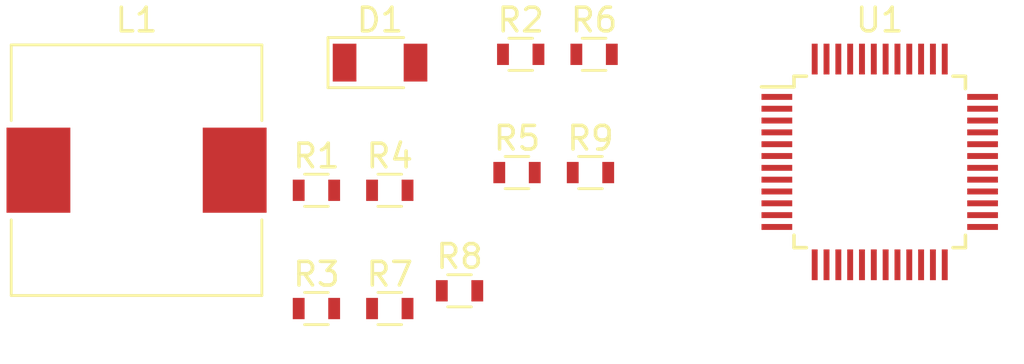
<source format=kicad_pcb>
(kicad_pcb (version 20171130) (host pcbnew "(2018-02-09 revision 07fff6ed3)-makepkg")

  (general
    (thickness 1.6)
    (drawings 0)
    (tracks 0)
    (zones 0)
    (modules 12)
    (nets 55)
  )

  (page A4)
  (layers
    (0 F.Cu signal)
    (31 B.Cu signal)
    (32 B.Adhes user)
    (33 F.Adhes user)
    (34 B.Paste user)
    (35 F.Paste user)
    (36 B.SilkS user)
    (37 F.SilkS user)
    (38 B.Mask user)
    (39 F.Mask user)
    (40 Dwgs.User user)
    (41 Cmts.User user)
    (42 Eco1.User user)
    (43 Eco2.User user)
    (44 Edge.Cuts user)
    (45 Margin user)
    (46 B.CrtYd user)
    (47 F.CrtYd user)
    (48 B.Fab user)
    (49 F.Fab user)
  )

  (setup
    (last_trace_width 0.25)
    (trace_clearance 0.2)
    (zone_clearance 0.508)
    (zone_45_only no)
    (trace_min 0.2)
    (segment_width 0.2)
    (edge_width 0.15)
    (via_size 0.8)
    (via_drill 0.4)
    (via_min_size 0.4)
    (via_min_drill 0.3)
    (uvia_size 0.3)
    (uvia_drill 0.1)
    (uvias_allowed no)
    (uvia_min_size 0.2)
    (uvia_min_drill 0.1)
    (pcb_text_width 0.3)
    (pcb_text_size 1.5 1.5)
    (mod_edge_width 0.15)
    (mod_text_size 1 1)
    (mod_text_width 0.15)
    (pad_size 1.524 1.524)
    (pad_drill 0.762)
    (pad_to_mask_clearance 0.2)
    (aux_axis_origin 0 0)
    (visible_elements FFFFFF7F)
    (pcbplotparams
      (layerselection 0x010fc_ffffffff)
      (usegerberextensions false)
      (usegerberattributes false)
      (usegerberadvancedattributes false)
      (creategerberjobfile false)
      (excludeedgelayer true)
      (linewidth 0.100000)
      (plotframeref false)
      (viasonmask false)
      (mode 1)
      (useauxorigin false)
      (hpglpennumber 1)
      (hpglpenspeed 20)
      (hpglpendiameter 15)
      (psnegative false)
      (psa4output false)
      (plotreference true)
      (plotvalue true)
      (plotinvisibletext false)
      (padsonsilk false)
      (subtractmaskfromsilk false)
      (outputformat 1)
      (mirror false)
      (drillshape 1)
      (scaleselection 1)
      (outputdirectory ""))
  )

  (net 0 "")
  (net 1 GND)
  (net 2 "Net-(C11-Pad2)")
  (net 3 +5V)
  (net 4 "Net-(C10-Pad2)")
  (net 5 "Net-(R2-Pad2)")
  (net 6 "Net-(R4-Pad1)")
  (net 7 MOT_DRV_PWM)
  (net 8 MOT_DRV_INB)
  (net 9 "Net-(R5-Pad1)")
  (net 10 MOT_DRV_INA)
  (net 11 "Net-(R6-Pad1)")
  (net 12 MOT_DRV_SEL)
  (net 13 "Net-(R7-Pad1)")
  (net 14 "Net-(R8-Pad2)")
  (net 15 MOT_DRV_CSOUT)
  (net 16 +3V3)
  (net 17 "Net-(U1-Pad46)")
  (net 18 "Net-(U1-Pad45)")
  (net 19 "Net-(U1-Pad43)")
  (net 20 "Net-(U1-Pad42)")
  (net 21 "Net-(U1-Pad41)")
  (net 22 "Net-(U1-Pad40)")
  (net 23 "Net-(U1-Pad39)")
  (net 24 "Net-(U1-Pad38)")
  (net 25 "Net-(U1-Pad37)")
  (net 26 "Net-(U1-Pad34)")
  (net 27 "Net-(U1-Pad33)")
  (net 28 "Net-(U1-Pad32)")
  (net 29 "Net-(U1-Pad31)")
  (net 30 "Net-(U1-Pad30)")
  (net 31 "Net-(U1-Pad29)")
  (net 32 "Net-(U1-Pad28)")
  (net 33 "Net-(U1-Pad27)")
  (net 34 "Net-(U1-Pad26)")
  (net 35 "Net-(U1-Pad25)")
  (net 36 "Net-(U1-Pad22)")
  (net 37 "Net-(U1-Pad21)")
  (net 38 "Net-(U1-Pad20)")
  (net 39 "Net-(U1-Pad19)")
  (net 40 "Net-(U1-Pad18)")
  (net 41 "Net-(U1-Pad17)")
  (net 42 "Net-(U1-Pad16)")
  (net 43 "Net-(U1-Pad15)")
  (net 44 "Net-(U1-Pad14)")
  (net 45 "Net-(U1-Pad13)")
  (net 46 "Net-(U1-Pad12)")
  (net 47 "Net-(U1-Pad11)")
  (net 48 "Net-(U1-Pad10)")
  (net 49 NRST)
  (net 50 "Net-(U1-Pad6)")
  (net 51 "Net-(U1-Pad5)")
  (net 52 "Net-(U1-Pad4)")
  (net 53 "Net-(U1-Pad3)")
  (net 54 "Net-(U1-Pad2)")

  (net_class Default "Dies ist die voreingestellte Netzklasse."
    (clearance 0.2)
    (trace_width 0.25)
    (via_dia 0.8)
    (via_drill 0.4)
    (uvia_dia 0.3)
    (uvia_drill 0.1)
    (add_net +3V3)
    (add_net +5V)
    (add_net GND)
    (add_net MOT_DRV_CSOUT)
    (add_net MOT_DRV_INA)
    (add_net MOT_DRV_INB)
    (add_net MOT_DRV_PWM)
    (add_net MOT_DRV_SEL)
    (add_net NRST)
    (add_net "Net-(C10-Pad2)")
    (add_net "Net-(C11-Pad2)")
    (add_net "Net-(R2-Pad2)")
    (add_net "Net-(R4-Pad1)")
    (add_net "Net-(R5-Pad1)")
    (add_net "Net-(R6-Pad1)")
    (add_net "Net-(R7-Pad1)")
    (add_net "Net-(R8-Pad2)")
    (add_net "Net-(U1-Pad10)")
    (add_net "Net-(U1-Pad11)")
    (add_net "Net-(U1-Pad12)")
    (add_net "Net-(U1-Pad13)")
    (add_net "Net-(U1-Pad14)")
    (add_net "Net-(U1-Pad15)")
    (add_net "Net-(U1-Pad16)")
    (add_net "Net-(U1-Pad17)")
    (add_net "Net-(U1-Pad18)")
    (add_net "Net-(U1-Pad19)")
    (add_net "Net-(U1-Pad2)")
    (add_net "Net-(U1-Pad20)")
    (add_net "Net-(U1-Pad21)")
    (add_net "Net-(U1-Pad22)")
    (add_net "Net-(U1-Pad25)")
    (add_net "Net-(U1-Pad26)")
    (add_net "Net-(U1-Pad27)")
    (add_net "Net-(U1-Pad28)")
    (add_net "Net-(U1-Pad29)")
    (add_net "Net-(U1-Pad3)")
    (add_net "Net-(U1-Pad30)")
    (add_net "Net-(U1-Pad31)")
    (add_net "Net-(U1-Pad32)")
    (add_net "Net-(U1-Pad33)")
    (add_net "Net-(U1-Pad34)")
    (add_net "Net-(U1-Pad37)")
    (add_net "Net-(U1-Pad38)")
    (add_net "Net-(U1-Pad39)")
    (add_net "Net-(U1-Pad4)")
    (add_net "Net-(U1-Pad40)")
    (add_net "Net-(U1-Pad41)")
    (add_net "Net-(U1-Pad42)")
    (add_net "Net-(U1-Pad43)")
    (add_net "Net-(U1-Pad45)")
    (add_net "Net-(U1-Pad46)")
    (add_net "Net-(U1-Pad5)")
    (add_net "Net-(U1-Pad6)")
  )

  (module Diodes_SMD:D_1206 (layer F.Cu) (tedit 590CEAF5) (tstamp 5A7E35C2)
    (at 161.357419 85.4599)
    (descr "Diode SMD 1206, reflow soldering http://datasheets.avx.com/schottky.pdf")
    (tags "Diode 1206")
    (path /5A837411/5A837599)
    (attr smd)
    (fp_text reference D1 (at 0 -1.8) (layer F.SilkS)
      (effects (font (size 1 1) (thickness 0.15)))
    )
    (fp_text value D_Schottky (at 0 1.9) (layer F.Fab)
      (effects (font (size 1 1) (thickness 0.15)))
    )
    (fp_line (start -2.2 1.06) (end 1 1.06) (layer F.SilkS) (width 0.12))
    (fp_line (start 1 -1.06) (end -2.2 -1.06) (layer F.SilkS) (width 0.12))
    (fp_line (start 2.3 -1.16) (end 2.3 1.16) (layer F.CrtYd) (width 0.05))
    (fp_line (start -2.3 -1.16) (end -2.3 1.16) (layer F.CrtYd) (width 0.05))
    (fp_line (start -2.3 1.16) (end 2.3 1.16) (layer F.CrtYd) (width 0.05))
    (fp_line (start -2.3 -1.16) (end 2.3 -1.16) (layer F.CrtYd) (width 0.05))
    (fp_line (start -1.7 -0.95) (end 1.7 -0.95) (layer F.Fab) (width 0.1))
    (fp_line (start 1.7 -0.95) (end 1.7 0.95) (layer F.Fab) (width 0.1))
    (fp_line (start 1.7 0.95) (end -1.7 0.95) (layer F.Fab) (width 0.1))
    (fp_line (start -1.7 0.95) (end -1.7 -0.95) (layer F.Fab) (width 0.1))
    (fp_line (start -2.2 -1.06) (end -2.2 1.06) (layer F.SilkS) (width 0.12))
    (fp_line (start -0.254 0) (end 0.127 -0.254) (layer F.Fab) (width 0.1))
    (fp_line (start 0.127 -0.254) (end 0.127 0.254) (layer F.Fab) (width 0.1))
    (fp_line (start 0.127 0.254) (end -0.254 0) (layer F.Fab) (width 0.1))
    (fp_line (start -0.254 0) (end -0.508 0) (layer F.Fab) (width 0.1))
    (fp_line (start 0.127 0) (end 0.381 0) (layer F.Fab) (width 0.1))
    (fp_line (start -0.254 -0.254) (end -0.254 0.254) (layer F.Fab) (width 0.1))
    (fp_text user %R (at 0 -1.8) (layer F.Fab)
      (effects (font (size 1 1) (thickness 0.15)))
    )
    (pad 2 smd rect (at 1.5 0) (size 1 1.6) (layers F.Cu F.Paste F.Mask)
      (net 1 GND))
    (pad 1 smd rect (at -1.5 0) (size 1 1.6) (layers F.Cu F.Paste F.Mask)
      (net 2 "Net-(C11-Pad2)"))
    (model ${KISYS3DMOD}/Diodes_SMD.3dshapes/D_1206.wrl
      (at (xyz 0 0 0))
      (scale (xyz 1 1 1))
      (rotate (xyz 0 0 0))
    )
  )

  (module Inductors_SMD:L_10.4x10.4_H4.8 (layer F.Cu) (tedit 5990349B) (tstamp 5A7E35DB)
    (at 151.059801 90.0099)
    (descr "Choke, SMD, 10.4x10.4mm 4.8mm height")
    (tags "Choke SMD")
    (path /5A837411/5A8375A7)
    (attr smd)
    (fp_text reference L1 (at 0 -6.35) (layer F.SilkS)
      (effects (font (size 1 1) (thickness 0.15)))
    )
    (fp_text value 33µH (at 0 6.35) (layer F.Fab)
      (effects (font (size 1 1) (thickness 0.15)))
    )
    (fp_arc (start 0 0) (end -3.17 -3.17) (angle 90) (layer F.Fab) (width 0.1))
    (fp_arc (start 0 0) (end 3.17 3.17) (angle 90) (layer F.Fab) (width 0.1))
    (fp_line (start -5.2 5.2) (end 5.2 5.2) (layer F.Fab) (width 0.1))
    (fp_line (start -5.2 -5.2) (end 5.2 -5.2) (layer F.Fab) (width 0.1))
    (fp_line (start -5.2 5.2) (end -5.2 2.1) (layer F.Fab) (width 0.1))
    (fp_line (start 5.2 5.2) (end 5.2 2.1) (layer F.Fab) (width 0.1))
    (fp_line (start -5.2 -5.2) (end -5.2 -2.1) (layer F.Fab) (width 0.1))
    (fp_line (start 5.2 -5.2) (end 5.2 -2.1) (layer F.Fab) (width 0.1))
    (fp_line (start 5.75 -5.45) (end -5.75 -5.45) (layer F.CrtYd) (width 0.05))
    (fp_line (start 5.75 5.45) (end 5.75 -5.45) (layer F.CrtYd) (width 0.05))
    (fp_line (start -5.75 5.45) (end 5.75 5.45) (layer F.CrtYd) (width 0.05))
    (fp_line (start -5.75 -5.45) (end -5.75 5.45) (layer F.CrtYd) (width 0.05))
    (fp_line (start 5.3 -5.3) (end 5.3 -2.1) (layer F.SilkS) (width 0.12))
    (fp_line (start -5.3 -5.3) (end 5.3 -5.3) (layer F.SilkS) (width 0.12))
    (fp_line (start -5.3 -2.1) (end -5.3 -5.3) (layer F.SilkS) (width 0.12))
    (fp_line (start -5.3 5.3) (end -5.3 2.1) (layer F.SilkS) (width 0.12))
    (fp_line (start 5.3 5.3) (end -5.3 5.3) (layer F.SilkS) (width 0.12))
    (fp_line (start 5.3 2.1) (end 5.3 5.3) (layer F.SilkS) (width 0.12))
    (fp_text user %R (at 0 0) (layer F.Fab)
      (effects (font (size 1 1) (thickness 0.15)))
    )
    (pad 2 smd rect (at 4.15 0) (size 2.7 3.6) (layers F.Cu F.Paste F.Mask)
      (net 3 +5V))
    (pad 1 smd rect (at -4.15 0) (size 2.7 3.6) (layers F.Cu F.Paste F.Mask)
      (net 2 "Net-(C11-Pad2)"))
    (model ${KISYS3DMOD}/Inductors_SMD.3dshapes/L_10.4x10.4_H4.8.wrl
      (at (xyz 0 0 0))
      (scale (xyz 1 1 1))
      (rotate (xyz 0 0 0))
    )
  )

  (module Resistors_SMD:R_0603 (layer F.Cu) (tedit 58E0A804) (tstamp 5A7E35EC)
    (at 158.666943 90.8599)
    (descr "Resistor SMD 0603, reflow soldering, Vishay (see dcrcw.pdf)")
    (tags "resistor 0603")
    (path /5A837411/5A837601)
    (attr smd)
    (fp_text reference R1 (at 0 -1.45) (layer F.SilkS)
      (effects (font (size 1 1) (thickness 0.15)))
    )
    (fp_text value 12k (at 0 1.5) (layer F.Fab)
      (effects (font (size 1 1) (thickness 0.15)))
    )
    (fp_text user %R (at 0 0) (layer F.Fab)
      (effects (font (size 0.4 0.4) (thickness 0.075)))
    )
    (fp_line (start -0.8 0.4) (end -0.8 -0.4) (layer F.Fab) (width 0.1))
    (fp_line (start 0.8 0.4) (end -0.8 0.4) (layer F.Fab) (width 0.1))
    (fp_line (start 0.8 -0.4) (end 0.8 0.4) (layer F.Fab) (width 0.1))
    (fp_line (start -0.8 -0.4) (end 0.8 -0.4) (layer F.Fab) (width 0.1))
    (fp_line (start 0.5 0.68) (end -0.5 0.68) (layer F.SilkS) (width 0.12))
    (fp_line (start -0.5 -0.68) (end 0.5 -0.68) (layer F.SilkS) (width 0.12))
    (fp_line (start -1.25 -0.7) (end 1.25 -0.7) (layer F.CrtYd) (width 0.05))
    (fp_line (start -1.25 -0.7) (end -1.25 0.7) (layer F.CrtYd) (width 0.05))
    (fp_line (start 1.25 0.7) (end 1.25 -0.7) (layer F.CrtYd) (width 0.05))
    (fp_line (start 1.25 0.7) (end -1.25 0.7) (layer F.CrtYd) (width 0.05))
    (pad 1 smd rect (at -0.75 0) (size 0.5 0.9) (layers F.Cu F.Paste F.Mask)
      (net 1 GND))
    (pad 2 smd rect (at 0.75 0) (size 0.5 0.9) (layers F.Cu F.Paste F.Mask)
      (net 4 "Net-(C10-Pad2)"))
    (model ${KISYS3DMOD}/Resistors_SMD.3dshapes/R_0603.wrl
      (at (xyz 0 0 0))
      (scale (xyz 1 1 1))
      (rotate (xyz 0 0 0))
    )
  )

  (module Resistors_SMD:R_0603 (layer F.Cu) (tedit 58E0A804) (tstamp 5A7E35FD)
    (at 167.306943 85.1099)
    (descr "Resistor SMD 0603, reflow soldering, Vishay (see dcrcw.pdf)")
    (tags "resistor 0603")
    (path /5A837411/5A8375AE)
    (attr smd)
    (fp_text reference R2 (at 0 -1.45) (layer F.SilkS)
      (effects (font (size 1 1) (thickness 0.15)))
    )
    (fp_text value 10k (at 0 1.5) (layer F.Fab)
      (effects (font (size 1 1) (thickness 0.15)))
    )
    (fp_line (start 1.25 0.7) (end -1.25 0.7) (layer F.CrtYd) (width 0.05))
    (fp_line (start 1.25 0.7) (end 1.25 -0.7) (layer F.CrtYd) (width 0.05))
    (fp_line (start -1.25 -0.7) (end -1.25 0.7) (layer F.CrtYd) (width 0.05))
    (fp_line (start -1.25 -0.7) (end 1.25 -0.7) (layer F.CrtYd) (width 0.05))
    (fp_line (start -0.5 -0.68) (end 0.5 -0.68) (layer F.SilkS) (width 0.12))
    (fp_line (start 0.5 0.68) (end -0.5 0.68) (layer F.SilkS) (width 0.12))
    (fp_line (start -0.8 -0.4) (end 0.8 -0.4) (layer F.Fab) (width 0.1))
    (fp_line (start 0.8 -0.4) (end 0.8 0.4) (layer F.Fab) (width 0.1))
    (fp_line (start 0.8 0.4) (end -0.8 0.4) (layer F.Fab) (width 0.1))
    (fp_line (start -0.8 0.4) (end -0.8 -0.4) (layer F.Fab) (width 0.1))
    (fp_text user %R (at 0 0) (layer F.Fab)
      (effects (font (size 0.4 0.4) (thickness 0.075)))
    )
    (pad 2 smd rect (at 0.75 0) (size 0.5 0.9) (layers F.Cu F.Paste F.Mask)
      (net 5 "Net-(R2-Pad2)"))
    (pad 1 smd rect (at -0.75 0) (size 0.5 0.9) (layers F.Cu F.Paste F.Mask)
      (net 1 GND))
    (model ${KISYS3DMOD}/Resistors_SMD.3dshapes/R_0603.wrl
      (at (xyz 0 0 0))
      (scale (xyz 1 1 1))
      (rotate (xyz 0 0 0))
    )
  )

  (module Resistors_SMD:R_0603 (layer F.Cu) (tedit 58E0A804) (tstamp 5A7E360E)
    (at 158.666943 95.8599)
    (descr "Resistor SMD 0603, reflow soldering, Vishay (see dcrcw.pdf)")
    (tags "resistor 0603")
    (path /5A837411/5A8375B5)
    (attr smd)
    (fp_text reference R3 (at 0 -1.45) (layer F.SilkS)
      (effects (font (size 1 1) (thickness 0.15)))
    )
    (fp_text value 52k (at 0 1.5) (layer F.Fab)
      (effects (font (size 1 1) (thickness 0.15)))
    )
    (fp_line (start 1.25 0.7) (end -1.25 0.7) (layer F.CrtYd) (width 0.05))
    (fp_line (start 1.25 0.7) (end 1.25 -0.7) (layer F.CrtYd) (width 0.05))
    (fp_line (start -1.25 -0.7) (end -1.25 0.7) (layer F.CrtYd) (width 0.05))
    (fp_line (start -1.25 -0.7) (end 1.25 -0.7) (layer F.CrtYd) (width 0.05))
    (fp_line (start -0.5 -0.68) (end 0.5 -0.68) (layer F.SilkS) (width 0.12))
    (fp_line (start 0.5 0.68) (end -0.5 0.68) (layer F.SilkS) (width 0.12))
    (fp_line (start -0.8 -0.4) (end 0.8 -0.4) (layer F.Fab) (width 0.1))
    (fp_line (start 0.8 -0.4) (end 0.8 0.4) (layer F.Fab) (width 0.1))
    (fp_line (start 0.8 0.4) (end -0.8 0.4) (layer F.Fab) (width 0.1))
    (fp_line (start -0.8 0.4) (end -0.8 -0.4) (layer F.Fab) (width 0.1))
    (fp_text user %R (at 0 0) (layer F.Fab)
      (effects (font (size 0.4 0.4) (thickness 0.075)))
    )
    (pad 2 smd rect (at 0.75 0) (size 0.5 0.9) (layers F.Cu F.Paste F.Mask)
      (net 3 +5V))
    (pad 1 smd rect (at -0.75 0) (size 0.5 0.9) (layers F.Cu F.Paste F.Mask)
      (net 5 "Net-(R2-Pad2)"))
    (model ${KISYS3DMOD}/Resistors_SMD.3dshapes/R_0603.wrl
      (at (xyz 0 0 0))
      (scale (xyz 1 1 1))
      (rotate (xyz 0 0 0))
    )
  )

  (module Resistors_SMD:R_0603 (layer F.Cu) (tedit 58E0A804) (tstamp 5A7E361F)
    (at 161.769801 90.8599)
    (descr "Resistor SMD 0603, reflow soldering, Vishay (see dcrcw.pdf)")
    (tags "resistor 0603")
    (path /5A837411/5A837627)
    (attr smd)
    (fp_text reference R4 (at 0 -1.45) (layer F.SilkS)
      (effects (font (size 1 1) (thickness 0.15)))
    )
    (fp_text value 1k (at 0 1.5) (layer F.Fab)
      (effects (font (size 1 1) (thickness 0.15)))
    )
    (fp_text user %R (at 0 0) (layer F.Fab)
      (effects (font (size 0.4 0.4) (thickness 0.075)))
    )
    (fp_line (start -0.8 0.4) (end -0.8 -0.4) (layer F.Fab) (width 0.1))
    (fp_line (start 0.8 0.4) (end -0.8 0.4) (layer F.Fab) (width 0.1))
    (fp_line (start 0.8 -0.4) (end 0.8 0.4) (layer F.Fab) (width 0.1))
    (fp_line (start -0.8 -0.4) (end 0.8 -0.4) (layer F.Fab) (width 0.1))
    (fp_line (start 0.5 0.68) (end -0.5 0.68) (layer F.SilkS) (width 0.12))
    (fp_line (start -0.5 -0.68) (end 0.5 -0.68) (layer F.SilkS) (width 0.12))
    (fp_line (start -1.25 -0.7) (end 1.25 -0.7) (layer F.CrtYd) (width 0.05))
    (fp_line (start -1.25 -0.7) (end -1.25 0.7) (layer F.CrtYd) (width 0.05))
    (fp_line (start 1.25 0.7) (end 1.25 -0.7) (layer F.CrtYd) (width 0.05))
    (fp_line (start 1.25 0.7) (end -1.25 0.7) (layer F.CrtYd) (width 0.05))
    (pad 1 smd rect (at -0.75 0) (size 0.5 0.9) (layers F.Cu F.Paste F.Mask)
      (net 6 "Net-(R4-Pad1)"))
    (pad 2 smd rect (at 0.75 0) (size 0.5 0.9) (layers F.Cu F.Paste F.Mask)
      (net 7 MOT_DRV_PWM))
    (model ${KISYS3DMOD}/Resistors_SMD.3dshapes/R_0603.wrl
      (at (xyz 0 0 0))
      (scale (xyz 1 1 1))
      (rotate (xyz 0 0 0))
    )
  )

  (module Resistors_SMD:R_0603 (layer F.Cu) (tedit 58E0A804) (tstamp 5A7E3630)
    (at 167.149801 90.1099)
    (descr "Resistor SMD 0603, reflow soldering, Vishay (see dcrcw.pdf)")
    (tags "resistor 0603")
    (path /5A837411/5A837620)
    (attr smd)
    (fp_text reference R5 (at 0 -1.45) (layer F.SilkS)
      (effects (font (size 1 1) (thickness 0.15)))
    )
    (fp_text value 1k (at 0 1.5) (layer F.Fab)
      (effects (font (size 1 1) (thickness 0.15)))
    )
    (fp_line (start 1.25 0.7) (end -1.25 0.7) (layer F.CrtYd) (width 0.05))
    (fp_line (start 1.25 0.7) (end 1.25 -0.7) (layer F.CrtYd) (width 0.05))
    (fp_line (start -1.25 -0.7) (end -1.25 0.7) (layer F.CrtYd) (width 0.05))
    (fp_line (start -1.25 -0.7) (end 1.25 -0.7) (layer F.CrtYd) (width 0.05))
    (fp_line (start -0.5 -0.68) (end 0.5 -0.68) (layer F.SilkS) (width 0.12))
    (fp_line (start 0.5 0.68) (end -0.5 0.68) (layer F.SilkS) (width 0.12))
    (fp_line (start -0.8 -0.4) (end 0.8 -0.4) (layer F.Fab) (width 0.1))
    (fp_line (start 0.8 -0.4) (end 0.8 0.4) (layer F.Fab) (width 0.1))
    (fp_line (start 0.8 0.4) (end -0.8 0.4) (layer F.Fab) (width 0.1))
    (fp_line (start -0.8 0.4) (end -0.8 -0.4) (layer F.Fab) (width 0.1))
    (fp_text user %R (at 0 0) (layer F.Fab)
      (effects (font (size 0.4 0.4) (thickness 0.075)))
    )
    (pad 2 smd rect (at 0.75 0) (size 0.5 0.9) (layers F.Cu F.Paste F.Mask)
      (net 8 MOT_DRV_INB))
    (pad 1 smd rect (at -0.75 0) (size 0.5 0.9) (layers F.Cu F.Paste F.Mask)
      (net 9 "Net-(R5-Pad1)"))
    (model ${KISYS3DMOD}/Resistors_SMD.3dshapes/R_0603.wrl
      (at (xyz 0 0 0))
      (scale (xyz 1 1 1))
      (rotate (xyz 0 0 0))
    )
  )

  (module Resistors_SMD:R_0603 (layer F.Cu) (tedit 58E0A804) (tstamp 5A7E3641)
    (at 170.409801 85.1099)
    (descr "Resistor SMD 0603, reflow soldering, Vishay (see dcrcw.pdf)")
    (tags "resistor 0603")
    (path /5A837411/5A837619)
    (attr smd)
    (fp_text reference R6 (at 0 -1.45) (layer F.SilkS)
      (effects (font (size 1 1) (thickness 0.15)))
    )
    (fp_text value 1k (at 0 1.5) (layer F.Fab)
      (effects (font (size 1 1) (thickness 0.15)))
    )
    (fp_line (start 1.25 0.7) (end -1.25 0.7) (layer F.CrtYd) (width 0.05))
    (fp_line (start 1.25 0.7) (end 1.25 -0.7) (layer F.CrtYd) (width 0.05))
    (fp_line (start -1.25 -0.7) (end -1.25 0.7) (layer F.CrtYd) (width 0.05))
    (fp_line (start -1.25 -0.7) (end 1.25 -0.7) (layer F.CrtYd) (width 0.05))
    (fp_line (start -0.5 -0.68) (end 0.5 -0.68) (layer F.SilkS) (width 0.12))
    (fp_line (start 0.5 0.68) (end -0.5 0.68) (layer F.SilkS) (width 0.12))
    (fp_line (start -0.8 -0.4) (end 0.8 -0.4) (layer F.Fab) (width 0.1))
    (fp_line (start 0.8 -0.4) (end 0.8 0.4) (layer F.Fab) (width 0.1))
    (fp_line (start 0.8 0.4) (end -0.8 0.4) (layer F.Fab) (width 0.1))
    (fp_line (start -0.8 0.4) (end -0.8 -0.4) (layer F.Fab) (width 0.1))
    (fp_text user %R (at 0 0) (layer F.Fab)
      (effects (font (size 0.4 0.4) (thickness 0.075)))
    )
    (pad 2 smd rect (at 0.75 0) (size 0.5 0.9) (layers F.Cu F.Paste F.Mask)
      (net 10 MOT_DRV_INA))
    (pad 1 smd rect (at -0.75 0) (size 0.5 0.9) (layers F.Cu F.Paste F.Mask)
      (net 11 "Net-(R6-Pad1)"))
    (model ${KISYS3DMOD}/Resistors_SMD.3dshapes/R_0603.wrl
      (at (xyz 0 0 0))
      (scale (xyz 1 1 1))
      (rotate (xyz 0 0 0))
    )
  )

  (module Resistors_SMD:R_0603 (layer F.Cu) (tedit 58E0A804) (tstamp 5A7E3652)
    (at 161.769801 95.8599)
    (descr "Resistor SMD 0603, reflow soldering, Vishay (see dcrcw.pdf)")
    (tags "resistor 0603")
    (path /5A837411/5A837634)
    (attr smd)
    (fp_text reference R7 (at 0 -1.45) (layer F.SilkS)
      (effects (font (size 1 1) (thickness 0.15)))
    )
    (fp_text value 1k (at 0 1.5) (layer F.Fab)
      (effects (font (size 1 1) (thickness 0.15)))
    )
    (fp_line (start 1.25 0.7) (end -1.25 0.7) (layer F.CrtYd) (width 0.05))
    (fp_line (start 1.25 0.7) (end 1.25 -0.7) (layer F.CrtYd) (width 0.05))
    (fp_line (start -1.25 -0.7) (end -1.25 0.7) (layer F.CrtYd) (width 0.05))
    (fp_line (start -1.25 -0.7) (end 1.25 -0.7) (layer F.CrtYd) (width 0.05))
    (fp_line (start -0.5 -0.68) (end 0.5 -0.68) (layer F.SilkS) (width 0.12))
    (fp_line (start 0.5 0.68) (end -0.5 0.68) (layer F.SilkS) (width 0.12))
    (fp_line (start -0.8 -0.4) (end 0.8 -0.4) (layer F.Fab) (width 0.1))
    (fp_line (start 0.8 -0.4) (end 0.8 0.4) (layer F.Fab) (width 0.1))
    (fp_line (start 0.8 0.4) (end -0.8 0.4) (layer F.Fab) (width 0.1))
    (fp_line (start -0.8 0.4) (end -0.8 -0.4) (layer F.Fab) (width 0.1))
    (fp_text user %R (at 0 0) (layer F.Fab)
      (effects (font (size 0.4 0.4) (thickness 0.075)))
    )
    (pad 2 smd rect (at 0.75 0) (size 0.5 0.9) (layers F.Cu F.Paste F.Mask)
      (net 12 MOT_DRV_SEL))
    (pad 1 smd rect (at -0.75 0) (size 0.5 0.9) (layers F.Cu F.Paste F.Mask)
      (net 13 "Net-(R7-Pad1)"))
    (model ${KISYS3DMOD}/Resistors_SMD.3dshapes/R_0603.wrl
      (at (xyz 0 0 0))
      (scale (xyz 1 1 1))
      (rotate (xyz 0 0 0))
    )
  )

  (module Resistors_SMD:R_0603 (layer F.Cu) (tedit 58E0A804) (tstamp 5A7E3663)
    (at 164.719801 95.1099)
    (descr "Resistor SMD 0603, reflow soldering, Vishay (see dcrcw.pdf)")
    (tags "resistor 0603")
    (path /5A837411/5A837649)
    (attr smd)
    (fp_text reference R8 (at 0 -1.45) (layer F.SilkS)
      (effects (font (size 1 1) (thickness 0.15)))
    )
    (fp_text value R (at 0 1.5) (layer F.Fab)
      (effects (font (size 1 1) (thickness 0.15)))
    )
    (fp_text user %R (at 0 0) (layer F.Fab)
      (effects (font (size 0.4 0.4) (thickness 0.075)))
    )
    (fp_line (start -0.8 0.4) (end -0.8 -0.4) (layer F.Fab) (width 0.1))
    (fp_line (start 0.8 0.4) (end -0.8 0.4) (layer F.Fab) (width 0.1))
    (fp_line (start 0.8 -0.4) (end 0.8 0.4) (layer F.Fab) (width 0.1))
    (fp_line (start -0.8 -0.4) (end 0.8 -0.4) (layer F.Fab) (width 0.1))
    (fp_line (start 0.5 0.68) (end -0.5 0.68) (layer F.SilkS) (width 0.12))
    (fp_line (start -0.5 -0.68) (end 0.5 -0.68) (layer F.SilkS) (width 0.12))
    (fp_line (start -1.25 -0.7) (end 1.25 -0.7) (layer F.CrtYd) (width 0.05))
    (fp_line (start -1.25 -0.7) (end -1.25 0.7) (layer F.CrtYd) (width 0.05))
    (fp_line (start 1.25 0.7) (end 1.25 -0.7) (layer F.CrtYd) (width 0.05))
    (fp_line (start 1.25 0.7) (end -1.25 0.7) (layer F.CrtYd) (width 0.05))
    (pad 1 smd rect (at -0.75 0) (size 0.5 0.9) (layers F.Cu F.Paste F.Mask)
      (net 1 GND))
    (pad 2 smd rect (at 0.75 0) (size 0.5 0.9) (layers F.Cu F.Paste F.Mask)
      (net 14 "Net-(R8-Pad2)"))
    (model ${KISYS3DMOD}/Resistors_SMD.3dshapes/R_0603.wrl
      (at (xyz 0 0 0))
      (scale (xyz 1 1 1))
      (rotate (xyz 0 0 0))
    )
  )

  (module Resistors_SMD:R_0603 (layer F.Cu) (tedit 58E0A804) (tstamp 5A7E3674)
    (at 170.256943 90.1099)
    (descr "Resistor SMD 0603, reflow soldering, Vishay (see dcrcw.pdf)")
    (tags "resistor 0603")
    (path /5A837411/5A83765D)
    (attr smd)
    (fp_text reference R9 (at 0 -1.45) (layer F.SilkS)
      (effects (font (size 1 1) (thickness 0.15)))
    )
    (fp_text value 10k (at 0 1.5) (layer F.Fab)
      (effects (font (size 1 1) (thickness 0.15)))
    )
    (fp_text user %R (at 0 0) (layer F.Fab)
      (effects (font (size 0.4 0.4) (thickness 0.075)))
    )
    (fp_line (start -0.8 0.4) (end -0.8 -0.4) (layer F.Fab) (width 0.1))
    (fp_line (start 0.8 0.4) (end -0.8 0.4) (layer F.Fab) (width 0.1))
    (fp_line (start 0.8 -0.4) (end 0.8 0.4) (layer F.Fab) (width 0.1))
    (fp_line (start -0.8 -0.4) (end 0.8 -0.4) (layer F.Fab) (width 0.1))
    (fp_line (start 0.5 0.68) (end -0.5 0.68) (layer F.SilkS) (width 0.12))
    (fp_line (start -0.5 -0.68) (end 0.5 -0.68) (layer F.SilkS) (width 0.12))
    (fp_line (start -1.25 -0.7) (end 1.25 -0.7) (layer F.CrtYd) (width 0.05))
    (fp_line (start -1.25 -0.7) (end -1.25 0.7) (layer F.CrtYd) (width 0.05))
    (fp_line (start 1.25 0.7) (end 1.25 -0.7) (layer F.CrtYd) (width 0.05))
    (fp_line (start 1.25 0.7) (end -1.25 0.7) (layer F.CrtYd) (width 0.05))
    (pad 1 smd rect (at -0.75 0) (size 0.5 0.9) (layers F.Cu F.Paste F.Mask)
      (net 14 "Net-(R8-Pad2)"))
    (pad 2 smd rect (at 0.75 0) (size 0.5 0.9) (layers F.Cu F.Paste F.Mask)
      (net 15 MOT_DRV_CSOUT))
    (model ${KISYS3DMOD}/Resistors_SMD.3dshapes/R_0603.wrl
      (at (xyz 0 0 0))
      (scale (xyz 1 1 1))
      (rotate (xyz 0 0 0))
    )
  )

  (module Housings_QFP:LQFP-48_7x7mm_Pitch0.5mm (layer F.Cu) (tedit 54130A77) (tstamp 5A7E36BB)
    (at 182.4898 89.6599)
    (descr "48 LEAD LQFP 7x7mm (see MICREL LQFP7x7-48LD-PL-1.pdf)")
    (tags "QFP 0.5")
    (path /5A831838/5A83BEDA)
    (attr smd)
    (fp_text reference U1 (at 0 -6) (layer F.SilkS)
      (effects (font (size 1 1) (thickness 0.15)))
    )
    (fp_text value STM32F070C6Tx (at 0 6) (layer F.Fab)
      (effects (font (size 1 1) (thickness 0.15)))
    )
    (fp_line (start -3.625 -3.175) (end -5 -3.175) (layer F.SilkS) (width 0.15))
    (fp_line (start 3.625 -3.625) (end 3.1 -3.625) (layer F.SilkS) (width 0.15))
    (fp_line (start 3.625 3.625) (end 3.1 3.625) (layer F.SilkS) (width 0.15))
    (fp_line (start -3.625 3.625) (end -3.1 3.625) (layer F.SilkS) (width 0.15))
    (fp_line (start -3.625 -3.625) (end -3.1 -3.625) (layer F.SilkS) (width 0.15))
    (fp_line (start -3.625 3.625) (end -3.625 3.1) (layer F.SilkS) (width 0.15))
    (fp_line (start 3.625 3.625) (end 3.625 3.1) (layer F.SilkS) (width 0.15))
    (fp_line (start 3.625 -3.625) (end 3.625 -3.1) (layer F.SilkS) (width 0.15))
    (fp_line (start -3.625 -3.625) (end -3.625 -3.175) (layer F.SilkS) (width 0.15))
    (fp_line (start -5.25 5.25) (end 5.25 5.25) (layer F.CrtYd) (width 0.05))
    (fp_line (start -5.25 -5.25) (end 5.25 -5.25) (layer F.CrtYd) (width 0.05))
    (fp_line (start 5.25 -5.25) (end 5.25 5.25) (layer F.CrtYd) (width 0.05))
    (fp_line (start -5.25 -5.25) (end -5.25 5.25) (layer F.CrtYd) (width 0.05))
    (fp_line (start -3.5 -2.5) (end -2.5 -3.5) (layer F.Fab) (width 0.15))
    (fp_line (start -3.5 3.5) (end -3.5 -2.5) (layer F.Fab) (width 0.15))
    (fp_line (start 3.5 3.5) (end -3.5 3.5) (layer F.Fab) (width 0.15))
    (fp_line (start 3.5 -3.5) (end 3.5 3.5) (layer F.Fab) (width 0.15))
    (fp_line (start -2.5 -3.5) (end 3.5 -3.5) (layer F.Fab) (width 0.15))
    (fp_text user %R (at 0 0) (layer F.Fab)
      (effects (font (size 1 1) (thickness 0.15)))
    )
    (pad 48 smd rect (at -2.75 -4.35 90) (size 1.3 0.25) (layers F.Cu F.Paste F.Mask)
      (net 16 +3V3))
    (pad 47 smd rect (at -2.25 -4.35 90) (size 1.3 0.25) (layers F.Cu F.Paste F.Mask)
      (net 1 GND))
    (pad 46 smd rect (at -1.75 -4.35 90) (size 1.3 0.25) (layers F.Cu F.Paste F.Mask)
      (net 17 "Net-(U1-Pad46)"))
    (pad 45 smd rect (at -1.25 -4.35 90) (size 1.3 0.25) (layers F.Cu F.Paste F.Mask)
      (net 18 "Net-(U1-Pad45)"))
    (pad 44 smd rect (at -0.75 -4.35 90) (size 1.3 0.25) (layers F.Cu F.Paste F.Mask)
      (net 1 GND))
    (pad 43 smd rect (at -0.25 -4.35 90) (size 1.3 0.25) (layers F.Cu F.Paste F.Mask)
      (net 19 "Net-(U1-Pad43)"))
    (pad 42 smd rect (at 0.25 -4.35 90) (size 1.3 0.25) (layers F.Cu F.Paste F.Mask)
      (net 20 "Net-(U1-Pad42)"))
    (pad 41 smd rect (at 0.75 -4.35 90) (size 1.3 0.25) (layers F.Cu F.Paste F.Mask)
      (net 21 "Net-(U1-Pad41)"))
    (pad 40 smd rect (at 1.25 -4.35 90) (size 1.3 0.25) (layers F.Cu F.Paste F.Mask)
      (net 22 "Net-(U1-Pad40)"))
    (pad 39 smd rect (at 1.75 -4.35 90) (size 1.3 0.25) (layers F.Cu F.Paste F.Mask)
      (net 23 "Net-(U1-Pad39)"))
    (pad 38 smd rect (at 2.25 -4.35 90) (size 1.3 0.25) (layers F.Cu F.Paste F.Mask)
      (net 24 "Net-(U1-Pad38)"))
    (pad 37 smd rect (at 2.75 -4.35 90) (size 1.3 0.25) (layers F.Cu F.Paste F.Mask)
      (net 25 "Net-(U1-Pad37)"))
    (pad 36 smd rect (at 4.35 -2.75) (size 1.3 0.25) (layers F.Cu F.Paste F.Mask)
      (net 16 +3V3))
    (pad 35 smd rect (at 4.35 -2.25) (size 1.3 0.25) (layers F.Cu F.Paste F.Mask)
      (net 1 GND))
    (pad 34 smd rect (at 4.35 -1.75) (size 1.3 0.25) (layers F.Cu F.Paste F.Mask)
      (net 26 "Net-(U1-Pad34)"))
    (pad 33 smd rect (at 4.35 -1.25) (size 1.3 0.25) (layers F.Cu F.Paste F.Mask)
      (net 27 "Net-(U1-Pad33)"))
    (pad 32 smd rect (at 4.35 -0.75) (size 1.3 0.25) (layers F.Cu F.Paste F.Mask)
      (net 28 "Net-(U1-Pad32)"))
    (pad 31 smd rect (at 4.35 -0.25) (size 1.3 0.25) (layers F.Cu F.Paste F.Mask)
      (net 29 "Net-(U1-Pad31)"))
    (pad 30 smd rect (at 4.35 0.25) (size 1.3 0.25) (layers F.Cu F.Paste F.Mask)
      (net 30 "Net-(U1-Pad30)"))
    (pad 29 smd rect (at 4.35 0.75) (size 1.3 0.25) (layers F.Cu F.Paste F.Mask)
      (net 31 "Net-(U1-Pad29)"))
    (pad 28 smd rect (at 4.35 1.25) (size 1.3 0.25) (layers F.Cu F.Paste F.Mask)
      (net 32 "Net-(U1-Pad28)"))
    (pad 27 smd rect (at 4.35 1.75) (size 1.3 0.25) (layers F.Cu F.Paste F.Mask)
      (net 33 "Net-(U1-Pad27)"))
    (pad 26 smd rect (at 4.35 2.25) (size 1.3 0.25) (layers F.Cu F.Paste F.Mask)
      (net 34 "Net-(U1-Pad26)"))
    (pad 25 smd rect (at 4.35 2.75) (size 1.3 0.25) (layers F.Cu F.Paste F.Mask)
      (net 35 "Net-(U1-Pad25)"))
    (pad 24 smd rect (at 2.75 4.35 90) (size 1.3 0.25) (layers F.Cu F.Paste F.Mask)
      (net 16 +3V3))
    (pad 23 smd rect (at 2.25 4.35 90) (size 1.3 0.25) (layers F.Cu F.Paste F.Mask)
      (net 1 GND))
    (pad 22 smd rect (at 1.75 4.35 90) (size 1.3 0.25) (layers F.Cu F.Paste F.Mask)
      (net 36 "Net-(U1-Pad22)"))
    (pad 21 smd rect (at 1.25 4.35 90) (size 1.3 0.25) (layers F.Cu F.Paste F.Mask)
      (net 37 "Net-(U1-Pad21)"))
    (pad 20 smd rect (at 0.75 4.35 90) (size 1.3 0.25) (layers F.Cu F.Paste F.Mask)
      (net 38 "Net-(U1-Pad20)"))
    (pad 19 smd rect (at 0.25 4.35 90) (size 1.3 0.25) (layers F.Cu F.Paste F.Mask)
      (net 39 "Net-(U1-Pad19)"))
    (pad 18 smd rect (at -0.25 4.35 90) (size 1.3 0.25) (layers F.Cu F.Paste F.Mask)
      (net 40 "Net-(U1-Pad18)"))
    (pad 17 smd rect (at -0.75 4.35 90) (size 1.3 0.25) (layers F.Cu F.Paste F.Mask)
      (net 41 "Net-(U1-Pad17)"))
    (pad 16 smd rect (at -1.25 4.35 90) (size 1.3 0.25) (layers F.Cu F.Paste F.Mask)
      (net 42 "Net-(U1-Pad16)"))
    (pad 15 smd rect (at -1.75 4.35 90) (size 1.3 0.25) (layers F.Cu F.Paste F.Mask)
      (net 43 "Net-(U1-Pad15)"))
    (pad 14 smd rect (at -2.25 4.35 90) (size 1.3 0.25) (layers F.Cu F.Paste F.Mask)
      (net 44 "Net-(U1-Pad14)"))
    (pad 13 smd rect (at -2.75 4.35 90) (size 1.3 0.25) (layers F.Cu F.Paste F.Mask)
      (net 45 "Net-(U1-Pad13)"))
    (pad 12 smd rect (at -4.35 2.75) (size 1.3 0.25) (layers F.Cu F.Paste F.Mask)
      (net 46 "Net-(U1-Pad12)"))
    (pad 11 smd rect (at -4.35 2.25) (size 1.3 0.25) (layers F.Cu F.Paste F.Mask)
      (net 47 "Net-(U1-Pad11)"))
    (pad 10 smd rect (at -4.35 1.75) (size 1.3 0.25) (layers F.Cu F.Paste F.Mask)
      (net 48 "Net-(U1-Pad10)"))
    (pad 9 smd rect (at -4.35 1.25) (size 1.3 0.25) (layers F.Cu F.Paste F.Mask)
      (net 16 +3V3))
    (pad 8 smd rect (at -4.35 0.75) (size 1.3 0.25) (layers F.Cu F.Paste F.Mask)
      (net 1 GND))
    (pad 7 smd rect (at -4.35 0.25) (size 1.3 0.25) (layers F.Cu F.Paste F.Mask)
      (net 49 NRST))
    (pad 6 smd rect (at -4.35 -0.25) (size 1.3 0.25) (layers F.Cu F.Paste F.Mask)
      (net 50 "Net-(U1-Pad6)"))
    (pad 5 smd rect (at -4.35 -0.75) (size 1.3 0.25) (layers F.Cu F.Paste F.Mask)
      (net 51 "Net-(U1-Pad5)"))
    (pad 4 smd rect (at -4.35 -1.25) (size 1.3 0.25) (layers F.Cu F.Paste F.Mask)
      (net 52 "Net-(U1-Pad4)"))
    (pad 3 smd rect (at -4.35 -1.75) (size 1.3 0.25) (layers F.Cu F.Paste F.Mask)
      (net 53 "Net-(U1-Pad3)"))
    (pad 2 smd rect (at -4.35 -2.25) (size 1.3 0.25) (layers F.Cu F.Paste F.Mask)
      (net 54 "Net-(U1-Pad2)"))
    (pad 1 smd rect (at -4.35 -2.75) (size 1.3 0.25) (layers F.Cu F.Paste F.Mask)
      (net 16 +3V3))
    (model ${KISYS3DMOD}/Housings_QFP.3dshapes/LQFP-48_7x7mm_Pitch0.5mm.wrl
      (at (xyz 0 0 0))
      (scale (xyz 1 1 1))
      (rotate (xyz 0 0 0))
    )
  )

)

</source>
